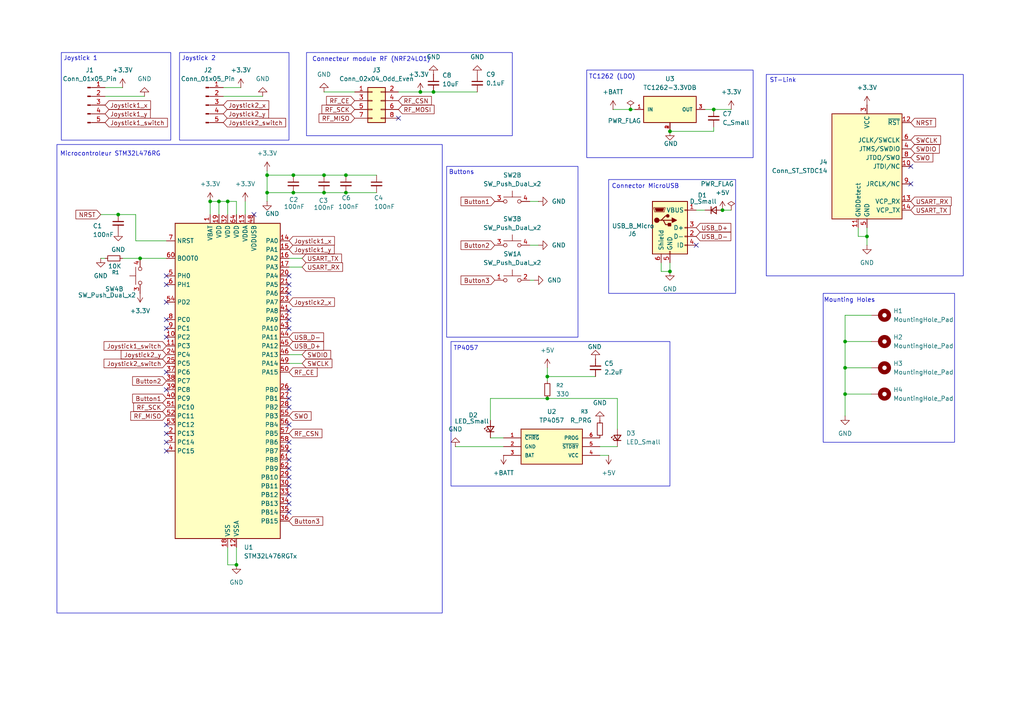
<source format=kicad_sch>
(kicad_sch (version 20250114) (generator "eeschema") (generator_version "9.0")
  (paper "A4")
  (title_block (title "Drone Controller") (date "2025-10-04") (company "ENSEA") (comment 1 "V1"))
  (lib_symbols
    (symbol "Connector:Conn_01x05_Pin" (pin_names (offset 1.016) (hide yes))
      (property "Reference" "J" (at 0 7.62 0))
      (property "Value" "Conn_01x05_Pin" (at 0 -7.62 0))
      (symbol "Conn_01x05_Pin_1_1"
        (rectangle (start 0.8636 5.207) (end 0 4.953) (stroke (width 0.1524)) (fill (type outline)))
        (rectangle (start 0.8636 2.667) (end 0 2.413) (stroke (width 0.1524)) (fill (type outline)))
        (rectangle (start 0.8636 0.127) (end 0 -0.127) (stroke (width 0.1524)) (fill (type outline)))
        (rectangle (start 0.8636 -2.413) (end 0 -2.667) (stroke (width 0.1524)) (fill (type outline)))
        (rectangle (start 0.8636 -4.953) (end 0 -5.207) (stroke (width 0.1524)) (fill (type outline)))
        (polyline (pts (xy 1.27 5.08) (xy 0.8636 5.08)) (stroke (width 0.1524)))
        (polyline (pts (xy 1.27 2.54) (xy 0.8636 2.54)) (stroke (width 0.1524)))
        (polyline (pts (xy 1.27 0) (xy 0.8636 0)) (stroke (width 0.1524)))
        (polyline (pts (xy 1.27 -2.54) (xy 0.8636 -2.54)) (stroke (width 0.1524)))
        (polyline (pts (xy 1.27 -5.08) (xy 0.8636 -5.08)) (stroke (width 0.1524)))
        (pin passive line (at 5.08 5.08 180) (length 3.81) (name "Pin_1") (number "1"))
        (pin passive line (at 5.08 2.54 180) (length 3.81) (name "Pin_2") (number "2"))
        (pin passive line (at 5.08 0 180) (length 3.81) (name "Pin_3") (number "3"))
        (pin passive line (at 5.08 -2.54 180) (length 3.81) (name "Pin_4") (number "4"))
        (pin passive line (at 5.08 -5.08 180) (length 3.81) (name "Pin_5") (number "5"))
      )
    )
    (symbol "Connector:Conn_ST_STDC14"
      (property "Reference" "J" (at -8.89 16.51 0))
      (property "Value" "Conn_ST_STDC14" (at 17.78 16.51 0))
      (symbol "Conn_ST_STDC14_0_1"
        (rectangle (start -10.16 15.24) (end 10.16 -15.24) (stroke (width 0.254)) (fill (type background)))
      )
      (symbol "Conn_ST_STDC14_1_1"
        (pin no_connect line (at -10.16 5.08 0) (length 2.54) (hide yes) (name "NC") (number "1"))
        (pin no_connect line (at -10.16 2.54 0) (length 2.54) (hide yes) (name "NC") (number "2"))
        (pin passive line (at -2.54 -17.78 90) (length 2.54) (name "GNDDetect") (number "11"))
        (pin power_in line (at 0 17.78 270) (length 2.54) (name "VCC") (number "3"))
        (pin power_in line (at 0 -17.78 90) (length 2.54) (name "GND") (number "5"))
        (pin passive line (at 0 -17.78 90) (length 2.54) (hide yes) (name "GND") (number "7"))
        (pin open_collector line (at 12.7 12.7 180) (length 2.54) (name "~{RST}") (number "12"))
        (pin output line (at 12.7 7.62 180) (length 2.54) (name "JCLK/SWCLK") (number "6"))
        (pin bidirectional line (at 12.7 5.08 180) (length 2.54) (name "JTMS/SWDIO") (number "4"))
        (pin input line (at 12.7 2.54 180) (length 2.54) (name "JTDO/SWO") (number "8"))
        (pin output line (at 12.7 0 180) (length 2.54) (name "JTDI/NC") (number "10"))
        (pin input line (at 12.7 -5.08 180) (length 2.54) (name "JRCLK/NC") (number "9"))
        (pin output line (at 12.7 -10.16 180) (length 2.54) (name "VCP_RX") (number "13"))
        (pin input line (at 12.7 -12.7 180) (length 2.54) (name "VCP_TX") (number "14"))
      )
    )
    (symbol "Connector:USB_B_Micro" (pin_names (offset 1.016))
      (property "Reference" "J" (at -5.08 11.43 0))
      (property "Value" "USB_B_Micro" (at -5.08 8.89 0))
      (symbol "USB_B_Micro_0_1"
        (rectangle (start -5.08 -7.62) (end 5.08 7.62) (stroke (width 0.254)) (fill (type background)))
        (polyline (pts (xy -4.699 5.842) (xy -4.699 5.588) (xy -4.445 4.826) (xy -4.445 4.572) (xy -1.651 4.572) (xy -1.651 4.826) (xy -1.397 5.588) (xy -1.397 5.842) (xy -4.699 5.842)))
        (polyline (pts (xy -4.318 5.588) (xy -1.778 5.588) (xy -2.032 4.826) (xy -4.064 4.826) (xy -4.318 5.588)) (fill (type outline)))
        (circle (center -3.81 2.159) (radius 0.635) (stroke (width 0.254)) (fill (type outline)))
        (polyline (pts (xy -3.175 2.159) (xy -2.54 2.159) (xy -1.27 3.429) (xy -0.635 3.429)) (stroke (width 0.254)))
        (polyline (pts (xy -2.54 2.159) (xy -1.905 2.159) (xy -1.27 0.889) (xy 0 0.889)) (stroke (width 0.254)))
        (polyline (pts (xy -1.905 2.159) (xy 0.635 2.159)) (stroke (width 0.254)))
        (circle (center -0.635 3.429) (radius 0.381) (stroke (width 0.254)) (fill (type outline)))
        (rectangle (start -0.127 -7.62) (end 0.127 -6.858))
        (rectangle (start 0.254 1.27) (end -0.508 0.508) (stroke (width 0.254)) (fill (type outline)))
        (polyline (pts (xy 0.635 2.794) (xy 0.635 1.524) (xy 1.905 2.159) (xy 0.635 2.794)) (stroke (width 0.254)) (fill (type outline)))
        (rectangle (start 5.08 4.953) (end 4.318 5.207))
        (rectangle (start 5.08 -0.127) (end 4.318 0.127))
        (rectangle (start 5.08 -2.667) (end 4.318 -2.413))
        (rectangle (start 5.08 -5.207) (end 4.318 -4.953))
      )
      (symbol "USB_B_Micro_1_1"
        (pin passive line (at -2.54 -10.16 90) (length 2.54) (name "Shield") (number "6"))
        (pin power_out line (at 0 -10.16 90) (length 2.54) (name "GND") (number "5"))
        (pin power_out line (at 7.62 5.08 180) (length 2.54) (name "VBUS") (number "1"))
        (pin bidirectional line (at 7.62 0 180) (length 2.54) (name "D+") (number "3"))
        (pin bidirectional line (at 7.62 -2.54 180) (length 2.54) (name "D-") (number "2"))
        (pin passive line (at 7.62 -5.08 180) (length 2.54) (name "ID") (number "4"))
      )
    )
    (symbol "Connector_Generic:Conn_02x04_Odd_Even" (pin_names (offset 1.016) (hide yes))
      (property "Reference" "J" (at 1.27 5.08 0))
      (property "Value" "Conn_02x04_Odd_Even" (at 1.27 -7.62 0))
      (symbol "Conn_02x04_Odd_Even_1_1"
        (rectangle (start -1.27 3.81) (end 3.81 -6.35) (stroke (width 0.254)) (fill (type background)))
        (rectangle (start -1.27 2.667) (end 0 2.413) (stroke (width 0.1524)))
        (rectangle (start -1.27 0.127) (end 0 -0.127) (stroke (width 0.1524)))
        (rectangle (start -1.27 -2.413) (end 0 -2.667) (stroke (width 0.1524)))
        (rectangle (start -1.27 -4.953) (end 0 -5.207) (stroke (width 0.1524)))
        (rectangle (start 3.81 2.667) (end 2.54 2.413) (stroke (width 0.1524)))
        (rectangle (start 3.81 0.127) (end 2.54 -0.127) (stroke (width 0.1524)))
        (rectangle (start 3.81 -2.413) (end 2.54 -2.667) (stroke (width 0.1524)))
        (rectangle (start 3.81 -4.953) (end 2.54 -5.207) (stroke (width 0.1524)))
        (pin passive line (at -5.08 2.54 0) (length 3.81) (name "Pin_1") (number "1"))
        (pin passive line (at -5.08 0 0) (length 3.81) (name "Pin_3") (number "3"))
        (pin passive line (at -5.08 -2.54 0) (length 3.81) (name "Pin_5") (number "5"))
        (pin passive line (at -5.08 -5.08 0) (length 3.81) (name "Pin_7") (number "7"))
        (pin passive line (at 7.62 2.54 180) (length 3.81) (name "Pin_2") (number "2"))
        (pin passive line (at 7.62 0 180) (length 3.81) (name "Pin_4") (number "4"))
        (pin passive line (at 7.62 -2.54 180) (length 3.81) (name "Pin_6") (number "6"))
        (pin passive line (at 7.62 -5.08 180) (length 3.81) (name "Pin_8") (number "8"))
      )
    )
    (symbol "Device:C_Small" (pin_numbers (hide yes)) (pin_names (offset 0.254) (hide yes))
      (property "Reference" "C" (at 0.254 1.778 0))
      (property "Value" "C_Small" (at 0.254 -2.032 0))
      (symbol "C_Small_0_1"
        (polyline (pts (xy -1.524 0.508) (xy 1.524 0.508)) (stroke (width 0.3048)))
        (polyline (pts (xy -1.524 -0.508) (xy 1.524 -0.508)) (stroke (width 0.3302)))
      )
      (symbol "C_Small_1_1"
        (pin passive line (at 0 2.54 270) (length 2.032) (name "~") (number "1"))
        (pin passive line (at 0 -2.54 90) (length 2.032) (name "~") (number "2"))
      )
    )
    (symbol "Device:D_Small" (pin_numbers (hide yes)) (pin_names (offset 0.254) (hide yes))
      (property "Reference" "D" (at -1.27 2.032 0))
      (property "Value" "D_Small" (at -3.81 -2.032 0))
      (symbol "D_Small_0_1"
        (polyline (pts (xy -0.762 0) (xy 0.762 0)))
        (polyline (pts (xy -0.762 -1.016) (xy -0.762 1.016)) (stroke (width 0.254)))
        (polyline (pts (xy 0.762 -1.016) (xy -0.762 0) (xy 0.762 1.016) (xy 0.762 -1.016)) (stroke (width 0.254)))
      )
      (symbol "D_Small_1_1"
        (pin passive line (at -2.54 0 0) (length 1.778) (name "K") (number "1"))
        (pin passive line (at 2.54 0 180) (length 1.778) (name "A") (number "2"))
      )
    )
    (symbol "Device:LED_Small" (pin_numbers (hide yes)) (pin_names (offset 0.254) (hide yes))
      (property "Reference" "D" (at -1.27 3.175 0))
      (property "Value" "LED_Small" (at -4.445 -2.54 0))
      (symbol "LED_Small_0_1"
        (polyline (pts (xy -0.762 -1.016) (xy -0.762 1.016)) (stroke (width 0.254)))
        (polyline (pts (xy 0 0.762) (xy -0.508 1.27) (xy -0.254 1.27) (xy -0.508 1.27) (xy -0.508 1.016)))
        (polyline (pts (xy 0.508 1.27) (xy 0 1.778) (xy 0.254 1.778) (xy 0 1.778) (xy 0 1.524)))
        (polyline (pts (xy 0.762 -1.016) (xy -0.762 0) (xy 0.762 1.016) (xy 0.762 -1.016)) (stroke (width 0.254)))
        (polyline (pts (xy 1.016 0) (xy -0.762 0)))
      )
      (symbol "LED_Small_1_1"
        (pin passive line (at -2.54 0 0) (length 1.778) (name "K") (number "1"))
        (pin passive line (at 2.54 0 180) (length 1.778) (name "A") (number "2"))
      )
    )
    (symbol "Device:R_Small" (pin_numbers (hide yes)) (pin_names (offset 0.254) (hide yes))
      (property "Reference" "R" (at 0 0 90))
      (property "Value" "R_Small" (at 1.778 0 90))
      (symbol "R_Small_0_1"
        (rectangle (start -0.762 1.778) (end 0.762 -1.778) (stroke (width 0.2032)))
      )
      (symbol "R_Small_1_1"
        (pin passive line (at 0 2.54 270) (length 0.762) (name "~") (number "1"))
        (pin passive line (at 0 -2.54 90) (length 0.762) (name "~") (number "2"))
      )
    )
    (symbol "MCU_ST_STM32L4:STM32L476RGTx"
      (property "Reference" "U" (at -15.24 46.99 0))
      (property "Value" "STM32L476RGTx" (at 10.16 46.99 0))
      (symbol "STM32L476RGTx_0_1"
        (rectangle (start -15.24 -45.72) (end 15.24 45.72) (stroke (width 0.254)) (fill (type background)))
      )
      (symbol "STM32L476RGTx_1_1"
        (pin input line (at -17.78 40.64 0) (length 2.54) (name "NRST") (number "7"))
        (pin input line (at -17.78 35.56 0) (length 2.54) (name "BOOT0") (number "60"))
        (pin bidirectional line (at -17.78 30.48 0) (length 2.54) (name "PH0") (number "5"))
        (pin bidirectional line (at -17.78 27.94 0) (length 2.54) (name "PH1") (number "6"))
        (pin bidirectional line (at -17.78 22.86 0) (length 2.54) (name "PD2") (number "54"))
        (pin bidirectional line (at -17.78 17.78 0) (length 2.54) (name "PC0") (number "8"))
        (pin bidirectional line (at -17.78 15.24 0) (length 2.54) (name "PC1") (number "9"))
        (pin bidirectional line (at -17.78 12.7 0) (length 2.54) (name "PC2") (number "10"))
        (pin bidirectional line (at -17.78 10.16 0) (length 2.54) (name "PC3") (number "11"))
        (pin bidirectional line (at -17.78 7.62 0) (length 2.54) (name "PC4") (number "24"))
        (pin bidirectional line (at -17.78 5.08 0) (length 2.54) (name "PC5") (number "25"))
        (pin bidirectional line (at -17.78 2.54 0) (length 2.54) (name "PC6") (number "37"))
        (pin bidirectional line (at -17.78 0 0) (length 2.54) (name "PC7") (number "38"))
        (pin bidirectional line (at -17.78 -2.54 0) (length 2.54) (name "PC8") (number "39"))
        (pin bidirectional line (at -17.78 -5.08 0) (length 2.54) (name "PC9") (number "40"))
        (pin bidirectional line (at -17.78 -7.62 0) (length 2.54) (name "PC10") (number "51"))
        (pin bidirectional line (at -17.78 -10.16 0) (length 2.54) (name "PC11") (number "52"))
        (pin bidirectional line (at -17.78 -12.7 0) (length 2.54) (name "PC12") (number "53"))
        (pin bidirectional line (at -17.78 -15.24 0) (length 2.54) (name "PC13") (number "2"))
        (pin bidirectional line (at -17.78 -17.78 0) (length 2.54) (name "PC14") (number "3"))
        (pin bidirectional line (at -17.78 -20.32 0) (length 2.54) (name "PC15") (number "4"))
        (pin power_in line (at -5.08 48.26 270) (length 2.54) (name "VBAT") (number "1"))
        (pin power_in line (at -2.54 48.26 270) (length 2.54) (name "VDD") (number "19"))
        (pin power_in line (at 0 48.26 270) (length 2.54) (name "VDD") (number "32"))
        (pin power_in line (at 0 -48.26 90) (length 2.54) (name "VSS") (number "18"))
        (pin passive line (at 0 -48.26 90) (length 2.54) (hide yes) (name "VSS") (number "31"))
        (pin passive line (at 0 -48.26 90) (length 2.54) (hide yes) (name "VSS") (number "47"))
        (pin passive line (at 0 -48.26 90) (length 2.54) (hide yes) (name "VSS") (number "63"))
        (pin power_in line (at 2.54 48.26 270) (length 2.54) (name "VDD") (number "64"))
        (pin power_in line (at 2.54 -48.26 90) (length 2.54) (name "VSSA") (number "12"))
        (pin power_in line (at 5.08 48.26 270) (length 2.54) (name "VDDA") (number "13"))
        (pin power_in line (at 7.62 48.26 270) (length 2.54) (name "VDDUSB") (number "48"))
        (pin bidirectional line (at 17.78 40.64 180) (length 2.54) (name "PA0") (number "14"))
        (pin bidirectional line (at 17.78 38.1 180) (length 2.54) (name "PA1") (number "15"))
        (pin bidirectional line (at 17.78 35.56 180) (length 2.54) (name "PA2") (number "16"))
        (pin bidirectional line (at 17.78 33.02 180) (length 2.54) (name "PA3") (number "17"))
        (pin bidirectional line (at 17.78 30.48 180) (length 2.54) (name "PA4") (number "20"))
        (pin bidirectional line (at 17.78 27.94 180) (length 2.54) (name "PA5") (number "21"))
        (pin bidirectional line (at 17.78 25.4 180) (length 2.54) (name "PA6") (number "22"))
        (pin bidirectional line (at 17.78 22.86 180) (length 2.54) (name "PA7") (number "23"))
        (pin bidirectional line (at 17.78 20.32 180) (length 2.54) (name "PA8") (number "41"))
        (pin bidirectional line (at 17.78 17.78 180) (length 2.54) (name "PA9") (number "42"))
        (pin bidirectional line (at 17.78 15.24 180) (length 2.54) (name "PA10") (number "43"))
        (pin bidirectional line (at 17.78 12.7 180) (length 2.54) (name "PA11") (number "44"))
        (pin bidirectional line (at 17.78 10.16 180) (length 2.54) (name "PA12") (number "45"))
        (pin bidirectional line (at 17.78 7.62 180) (length 2.54) (name "PA13") (number "46"))
        (pin bidirectional line (at 17.78 5.08 180) (length 2.54) (name "PA14") (number "49"))
        (pin bidirectional line (at 17.78 2.54 180) (length 2.54) (name "PA15") (number "50"))
        (pin bidirectional line (at 17.78 -2.54 180) (length 2.54) (name "PB0") (number "26"))
        (pin bidirectional line (at 17.78 -5.08 180) (length 2.54) (name "PB1") (number "27"))
        (pin bidirectional line (at 17.78 -7.62 180) (length 2.54) (name "PB2") (number "28"))
        (pin bidirectional line (at 17.78 -10.16 180) (length 2.54) (name "PB3") (number "55"))
        (pin bidirectional line (at 17.78 -12.7 180) (length 2.54) (name "PB4") (number "56"))
        (pin bidirectional line (at 17.78 -15.24 180) (length 2.54) (name "PB5") (number "57"))
        (pin bidirectional line (at 17.78 -17.78 180) (length 2.54) (name "PB6") (number "58"))
        (pin bidirectional line (at 17.78 -20.32 180) (length 2.54) (name "PB7") (number "59"))
        (pin bidirectional line (at 17.78 -22.86 180) (length 2.54) (name "PB8") (number "61"))
        (pin bidirectional line (at 17.78 -25.4 180) (length 2.54) (name "PB9") (number "62"))
        (pin bidirectional line (at 17.78 -27.94 180) (length 2.54) (name "PB10") (number "29"))
        (pin bidirectional line (at 17.78 -30.48 180) (length 2.54) (name "PB11") (number "30"))
        (pin bidirectional line (at 17.78 -33.02 180) (length 2.54) (name "PB12") (number "33"))
        (pin bidirectional line (at 17.78 -35.56 180) (length 2.54) (name "PB13") (number "34"))
        (pin bidirectional line (at 17.78 -38.1 180) (length 2.54) (name "PB14") (number "35"))
        (pin bidirectional line (at 17.78 -40.64 180) (length 2.54) (name "PB15") (number "36"))
      )
    )
    (symbol "Mechanical:MountingHole_Pad" (pin_numbers (hide yes)) (pin_names (offset 1.016) (hide yes)) (in_bom no)
      (property "Reference" "H" (at 0 6.35 0))
      (property "Value" "MountingHole_Pad" (at 0 4.445 0))
      (symbol "MountingHole_Pad_0_1"
        (circle (center 0 1.27) (radius 1.27) (stroke (width 1.27)))
      )
      (symbol "MountingHole_Pad_1_1"
        (pin input line (at 0 -2.54 90) (length 2.54) (name "1") (number "1"))
      )
    )
    (symbol "Switch:SW_Push_Dual_x2" (pin_names (offset 1.016) (hide yes))
      (property "Reference" "SW" (at 1.27 2.54 0))
      (property "Value" "SW_Push_Dual_x2" (at 0 -1.524 0))
      (symbol "SW_Push_Dual_x2_0_1"
        (circle (center -2.032 0) (radius 0.508))
        (polyline (pts (xy 0 1.27) (xy 0 3.048)))
        (circle (center 2.032 0) (radius 0.508))
        (polyline (pts (xy 2.54 1.27) (xy -2.54 1.27)))
      )
      (symbol "SW_Push_Dual_x2_1_1"
        (pin passive line (at -5.08 0 0) (length 2.54) (name "C") (number "1"))
        (pin passive line (at 5.08 0 180) (length 2.54) (name "D") (number "2"))
      )
      (symbol "SW_Push_Dual_x2_2_1"
        (pin passive line (at -5.08 0 0) (length 2.54) (name "C") (number "3"))
        (pin passive line (at 5.08 0 180) (length 2.54) (name "D") (number "4"))
      )
    )
    (symbol "TC1262-3.3VDB:TC1262-3.3VDB" (pin_names (offset 1.016))
      (property "Reference" "U" (at -7.62 6.35 0))
      (property "Value" "TC1262-3.3VDB" (at 2.54 6.35 0))
      (symbol "TC1262-3.3VDB_0_0"
        (rectangle (start -7.62 -2.54) (end 7.62 5.08) (stroke (width 0.254)) (fill (type background)))
        (pin bidirectional line (at -10.16 1.27 0) (length 2.54) (name "IN") (number "1"))
        (pin bidirectional line (at 0 -5.08 90) (length 2.54) (name "~") (number "2"))
        (pin bidirectional line (at 0 -5.08 90) (length 2.54) (name "~") (number "4"))
        (pin bidirectional line (at 10.16 1.27 180) (length 2.54) (name "OUT") (number "3"))
      )
    )
    (symbol "TP4057:TP4057" (pin_names (offset 1.016))
      (property "Reference" "U" (at -7.62 5.842 0))
      (property "Value" "TP4057" (at -7.62 -7.62 0))
      (symbol "TP4057_0_0"
        (rectangle (start -7.62 -5.08) (end 10.16 5.08) (stroke (width 0.254)) (fill (type background)))
        (pin open_collector line (at -12.7 2.54 0) (length 5.08) (name "~{CHRG}") (number "1"))
        (pin power_in line (at -12.7 0 0) (length 5.08) (name "GND") (number "2"))
        (pin power_in line (at -12.7 -2.54 0) (length 5.08) (name "BAT") (number "3"))
        (pin input line (at 15.24 2.54 180) (length 5.08) (name "PROG") (number "6"))
        (pin open_collector line (at 15.24 0 180) (length 5.08) (name "~{STDBY}") (number "5"))
        (pin power_in line (at 15.24 -2.54 180) (length 5.08) (name "VCC") (number "4"))
      )
    )
    (symbol "power:+3.3V" (power) (pin_numbers (hide yes)) (pin_names (offset 0) (hide yes))
      (property "Value" "+3.3V" (at 0 3.556 0))
      (symbol "+3.3V_0_1"
        (polyline (pts (xy -0.762 1.27) (xy 0 2.54)))
        (polyline (pts (xy 0 2.54) (xy 0.762 1.27)))
        (polyline (pts (xy 0 0) (xy 0 2.54)))
      )
      (symbol "+3.3V_1_1"
        (pin power_in line (at 0 0 90) (length 0) (name "~") (number "1"))
      )
    )
    (symbol "power:+5V" (power) (pin_numbers (hide yes)) (pin_names (offset 0) (hide yes))
      (property "Value" "+5V" (at 0 3.556 0))
      (symbol "+5V_0_1"
        (polyline (pts (xy -0.762 1.27) (xy 0 2.54)))
        (polyline (pts (xy 0 2.54) (xy 0.762 1.27)))
        (polyline (pts (xy 0 0) (xy 0 2.54)))
      )
      (symbol "+5V_1_1"
        (pin power_in line (at 0 0 90) (length 0) (name "~") (number "1"))
      )
    )
    (symbol "power:+BATT" (power) (pin_numbers (hide yes)) (pin_names (offset 0) (hide yes))
      (property "Value" "+BATT" (at 0 3.556 0))
      (symbol "+BATT_0_1"
        (polyline (pts (xy -0.762 1.27) (xy 0 2.54)))
        (polyline (pts (xy 0 2.54) (xy 0.762 1.27)))
        (polyline (pts (xy 0 0) (xy 0 2.54)))
      )
      (symbol "+BATT_1_1"
        (pin power_in line (at 0 0 90) (length 0) (name "~") (number "1"))
      )
    )
    (symbol "power:GND" (power) (pin_numbers (hide yes)) (pin_names (offset 0) (hide yes))
      (property "Value" "GND" (at 0 -3.81 0))
      (symbol "GND_0_1"
        (polyline (pts (xy 0 0) (xy 0 -1.27) (xy 1.27 -1.27) (xy 0 -2.54) (xy -1.27 -1.27) (xy 0 -1.27)))
      )
      (symbol "GND_1_1"
        (pin power_in line (at 0 0 270) (length 0) (name "~") (number "1"))
      )
    )
    (symbol "power:PWR_FLAG" (power) (pin_numbers (hide yes)) (pin_names (offset 0) (hide yes))
      (property "Value" "PWR_FLAG" (at 0 3.81 0))
      (symbol "PWR_FLAG_0_0"
        (pin power_out line (at 0 0 90) (length 0) (name "~") (number "1"))
      )
      (symbol "PWR_FLAG_0_1"
        (polyline (pts (xy 0 0) (xy 0 1.27) (xy -1.016 1.905) (xy 0 2.54) (xy 1.016 1.905) (xy 0 1.27)))
      )
    )
  )
  (rectangle (start 129.54 48.26) (end 167.64 97.79))
  (rectangle (start 16.51 41.91) (end 128.27 177.8))
  (rectangle (start 17.78 15.24) (end 49.53 40.64))
  (rectangle (start 170.18 20.32) (end 218.44 45.72))
  (rectangle (start 176.53 52.07) (end 213.36 85.09))
  (rectangle (start 130.81 99.06) (end 194.31 140.97))
  (rectangle (start 88.9 15.24) (end 148.59 39.37))
  (rectangle (start 222.25 21.59) (end 279.4 80.01))
  (rectangle (start 52.07 15.24) (end 83.82 40.64))
  (rectangle (start 238.76 85.09) (end 276.86 128.27))
  (text "Mounting Holes" (at 246.38 87.122 0) (effects (font (size 1.27 1.27))))
  (text "Joystick 2\n" (at 57.658 17.018 0) (effects (font (size 1.27 1.27))))
  (text "Connector MicroUSB" (at 187.198 54.102 0) (effects (font (size 1.27 1.27))))
  (text "Buttons" (at 133.858 50.038 0) (effects (font (size 1.27 1.27))))
  (text "Microcontroleur STM32L476RG\n" (at 32.004 44.704 0) (effects (font (size 1.27 1.27))))
  (text "ST-Link" (at 227.076 23.368 0) (effects (font (size 1.27 1.27))))
  (text "Connecteur module RF (NRF24LO1)" (at 107.696 17.272 0) (effects (font (size 1.27 1.27))))
  (text "Joystick 1\n" (at 23.368 17.018 0) (effects (font (size 1.27 1.27))))
  (text "TP4057" (at 135.128 101.092 0) (effects (font (size 1.27 1.27))))
  (text "TC1262 (LDO)" (at 177.546 22.352 0) (effects (font (size 1.27 1.27))))
  (junction (at 125.73 26.67))
  (junction (at 85.09 50.8))
  (junction (at 245.11 114.3))
  (junction (at 63.5 58.42))
  (junction (at 66.04 58.42))
  (junction (at 40.64 74.93))
  (junction (at 194.31 38.1))
  (junction (at 85.09 55.88))
  (junction (at 245.11 99.06))
  (junction (at 93.98 50.8))
  (junction (at 100.33 55.88))
  (junction (at 68.58 163.83))
  (junction (at 158.75 109.22))
  (junction (at 194.31 78.74))
  (junction (at 158.75 115.57))
  (junction (at 209.55 60.96))
  (junction (at 207.01 31.75))
  (junction (at 100.33 50.8))
  (junction (at 245.11 106.68))
  (junction (at 251.46 68.58))
  (junction (at 77.47 55.88))
  (junction (at 182.88 31.75))
  (junction (at 121.92 26.67))
  (junction (at 34.29 62.23))
  (junction (at 60.96 58.42))
  (junction (at 77.47 50.8))
  (junction (at 93.98 55.88))
  (no_connect (at 83.82 133.35))
  (no_connect (at 83.82 128.27))
  (no_connect (at 83.82 135.89))
  (no_connect (at 115.57 34.29))
  (no_connect (at 264.16 53.34))
  (no_connect (at 48.26 125.73))
  (no_connect (at 48.26 113.03))
  (no_connect (at 48.26 87.63))
  (no_connect (at 48.26 130.81))
  (no_connect (at 83.82 82.55))
  (no_connect (at 83.82 80.01))
  (no_connect (at 48.26 80.01))
  (no_connect (at 83.82 95.25))
  (no_connect (at 83.82 143.51))
  (no_connect (at 83.82 113.03))
  (no_connect (at 83.82 140.97))
  (no_connect (at 201.93 71.12))
  (no_connect (at 83.82 92.71))
  (no_connect (at 83.82 146.05))
  (no_connect (at 48.26 107.95))
  (no_connect (at 83.82 123.19))
  (no_connect (at 83.82 130.81))
  (no_connect (at 264.16 48.26))
  (no_connect (at 73.66 62.23))
  (no_connect (at 48.26 97.79))
  (no_connect (at 48.26 128.27))
  (no_connect (at 83.82 138.43))
  (no_connect (at 83.82 85.09))
  (no_connect (at 48.26 123.19))
  (no_connect (at 83.82 148.59))
  (no_connect (at 83.82 115.57))
  (no_connect (at 83.82 90.17))
  (no_connect (at 48.26 95.25))
  (no_connect (at 83.82 118.11))
  (no_connect (at 48.26 92.71))
  (no_connect (at 48.26 82.55))
  (wire (pts (xy 207.01 36.83) (xy 207.01 38.1)))
  (wire (pts (xy 158.75 106.68) (xy 158.75 109.22)))
  (wire (pts (xy 153.67 81.28) (xy 154.94 81.28)))
  (wire (pts (xy 245.11 106.68) (xy 252.73 106.68)))
  (wire (pts (xy 66.04 158.75) (xy 66.04 163.83)))
  (wire (pts (xy 93.98 55.88) (xy 100.33 55.88)))
  (wire (pts (xy 100.33 50.8) (xy 109.22 50.8)))
  (wire (pts (xy 158.75 115.57) (xy 142.24 115.57)))
  (wire (pts (xy 245.11 106.68) (xy 245.11 114.3)))
  (wire (pts (xy 60.96 62.23) (xy 60.96 58.42)))
  (wire (pts (xy 209.55 60.96) (xy 212.09 60.96)))
  (wire (pts (xy 207.01 31.75) (xy 212.09 31.75)))
  (wire (pts (xy 29.21 74.93) (xy 30.48 74.93)))
  (wire (pts (xy 77.47 55.88) (xy 77.47 58.42)))
  (wire (pts (xy 77.47 50.8) (xy 85.09 50.8)))
  (wire (pts (xy 245.11 99.06) (xy 245.11 106.68)))
  (wire (pts (xy 153.67 58.42) (xy 156.21 58.42)))
  (wire (pts (xy 83.82 105.41) (xy 87.63 105.41)))
  (wire (pts (xy 66.04 163.83) (xy 68.58 163.83)))
  (wire (pts (xy 35.56 74.93) (xy 40.64 74.93)))
  (wire (pts (xy 177.8 31.75) (xy 182.88 31.75)))
  (wire (pts (xy 142.24 127) (xy 146.05 127)))
  (wire (pts (xy 60.96 58.42) (xy 63.5 58.42)))
  (wire (pts (xy 179.07 124.46) (xy 179.07 115.57)))
  (wire (pts (xy 132.08 129.54) (xy 146.05 129.54)))
  (wire (pts (xy 194.31 38.1) (xy 207.01 38.1)))
  (wire (pts (xy 85.09 55.88) (xy 93.98 55.88)))
  (wire (pts (xy 245.11 114.3) (xy 245.11 120.65)))
  (wire (pts (xy 85.09 50.8) (xy 93.98 50.8)))
  (wire (pts (xy 252.73 91.44) (xy 245.11 91.44)))
  (wire (pts (xy 248.92 66.04) (xy 248.92 68.58)))
  (wire (pts (xy 77.47 55.88) (xy 85.09 55.88)))
  (wire (pts (xy 100.33 55.88) (xy 109.22 55.88)))
  (wire (pts (xy 30.48 25.4) (xy 35.56 25.4)))
  (wire (pts (xy 245.11 99.06) (xy 252.73 99.06)))
  (wire (pts (xy 173.99 129.54) (xy 179.07 129.54)))
  (wire (pts (xy 64.77 25.4) (xy 69.85 25.4)))
  (wire (pts (xy 83.82 77.47) (xy 87.63 77.47)))
  (wire (pts (xy 245.11 114.3) (xy 252.73 114.3)))
  (wire (pts (xy 245.11 91.44) (xy 245.11 99.06)))
  (wire (pts (xy 63.5 58.42) (xy 66.04 58.42)))
  (wire (pts (xy 191.77 78.74) (xy 194.31 78.74)))
  (wire (pts (xy 93.98 26.67) (xy 102.87 26.67)))
  (wire (pts (xy 39.37 69.85) (xy 48.26 69.85)))
  (wire (pts (xy 29.21 62.23) (xy 34.29 62.23)))
  (wire (pts (xy 39.37 62.23) (xy 39.37 69.85)))
  (wire (pts (xy 34.29 62.23) (xy 39.37 62.23)))
  (wire (pts (xy 83.82 74.93) (xy 87.63 74.93)))
  (wire (pts (xy 68.58 58.42) (xy 68.58 62.23)))
  (wire (pts (xy 204.47 31.75) (xy 207.01 31.75)))
  (wire (pts (xy 40.64 74.93) (xy 48.26 74.93)))
  (wire (pts (xy 77.47 49.53) (xy 77.47 50.8)))
  (wire (pts (xy 182.88 31.75) (xy 184.15 31.75)))
  (wire (pts (xy 71.12 58.42) (xy 71.12 62.23)))
  (wire (pts (xy 191.77 76.2) (xy 191.77 78.74)))
  (wire (pts (xy 83.82 102.87) (xy 87.63 102.87)))
  (wire (pts (xy 66.04 58.42) (xy 68.58 58.42)))
  (wire (pts (xy 173.99 132.08) (xy 176.53 132.08)))
  (wire (pts (xy 194.31 76.2) (xy 194.31 78.74)))
  (wire (pts (xy 201.93 60.96) (xy 204.47 60.96)))
  (wire (pts (xy 125.73 26.67) (xy 138.43 26.67)))
  (wire (pts (xy 158.75 109.22) (xy 158.75 110.49)))
  (wire (pts (xy 68.58 158.75) (xy 68.58 163.83)))
  (wire (pts (xy 64.77 27.94) (xy 76.2 27.94)))
  (wire (pts (xy 142.24 115.57) (xy 142.24 121.92)))
  (wire (pts (xy 66.04 58.42) (xy 66.04 62.23)))
  (wire (pts (xy 115.57 26.67) (xy 121.92 26.67)))
  (wire (pts (xy 153.67 71.12) (xy 156.21 71.12)))
  (wire (pts (xy 121.92 26.67) (xy 125.73 26.67)))
  (wire (pts (xy 30.48 27.94) (xy 41.91 27.94)))
  (wire (pts (xy 63.5 58.42) (xy 63.5 62.23)))
  (wire (pts (xy 93.98 50.8) (xy 100.33 50.8)))
  (wire (pts (xy 251.46 71.12) (xy 251.46 68.58)))
  (wire (pts (xy 251.46 68.58) (xy 251.46 66.04)))
  (wire (pts (xy 248.92 68.58) (xy 251.46 68.58)))
  (wire (pts (xy 158.75 109.22) (xy 172.72 109.22)))
  (wire (pts (xy 77.47 50.8) (xy 77.47 55.88)))
  (wire (pts (xy 179.07 115.57) (xy 158.75 115.57)))
  (global_label "Button2" (shape input) (at 48.26 110.49 180) (property "Intersheetrefs" "${INTERSHEET_REFS}" (effects (hide yes))))
  (global_label "Joystick1_x" (shape input) (at 30.48 30.48 0) (property "Intersheetrefs" "${INTERSHEET_REFS}" (effects (hide yes))))
  (global_label "USB_D-" (shape input) (at 201.93 68.58 0) (property "Intersheetrefs" "${INTERSHEET_REFS}" (effects (hide yes))))
  (global_label "Button3" (shape input) (at 143.51 81.28 180) (property "Intersheetrefs" "${INTERSHEET_REFS}" (effects (hide yes))))
  (global_label "SWCLK" (shape input) (at 87.63 105.41 0) (property "Intersheetrefs" "${INTERSHEET_REFS}" (effects (hide yes))))
  (global_label "Joystick1_switch" (shape input) (at 30.48 35.56 0) (property "Intersheetrefs" "${INTERSHEET_REFS}" (effects (hide yes))))
  (global_label "Button3" (shape input) (at 83.82 151.13 0) (property "Intersheetrefs" "${INTERSHEET_REFS}" (effects (hide yes))))
  (global_label "RF_MISO" (shape input) (at 48.26 120.65 180) (property "Intersheetrefs" "${INTERSHEET_REFS}" (effects (hide yes))))
  (global_label "USB_D+" (shape input) (at 201.93 66.04 0) (property "Intersheetrefs" "${INTERSHEET_REFS}" (effects (hide yes))))
  (global_label "Button2" (shape input) (at 143.51 71.12 180) (property "Intersheetrefs" "${INTERSHEET_REFS}" (effects (hide yes))))
  (global_label "Joystick1_y" (shape input) (at 83.82 72.39 0) (property "Intersheetrefs" "${INTERSHEET_REFS}" (effects (hide yes))))
  (global_label "RF_MOSI" (shape input) (at 115.57 31.75 0) (property "Intersheetrefs" "${INTERSHEET_REFS}" (effects (hide yes))))
  (global_label "Joystick2_x" (shape input) (at 64.77 30.48 0) (property "Intersheetrefs" "${INTERSHEET_REFS}" (effects (hide yes))))
  (global_label "RF_CSN" (shape input) (at 115.57 29.21 0) (property "Intersheetrefs" "${INTERSHEET_REFS}" (effects (hide yes))))
  (global_label "USART_RX" (shape input) (at 264.16 58.42 0) (property "Intersheetrefs" "${INTERSHEET_REFS}" (effects (hide yes))))
  (global_label "NRST" (shape input) (at 29.21 62.23 180) (property "Intersheetrefs" "${INTERSHEET_REFS}" (effects (hide yes))))
  (global_label "Joystick2_y" (shape input) (at 64.77 33.02 0) (property "Intersheetrefs" "${INTERSHEET_REFS}" (effects (hide yes))))
  (global_label "RF_CSN" (shape input) (at 83.82 125.73 0) (property "Intersheetrefs" "${INTERSHEET_REFS}" (effects (hide yes))))
  (global_label "SWDIO" (shape input) (at 264.16 43.18 0) (property "Intersheetrefs" "${INTERSHEET_REFS}" (effects (hide yes))))
  (global_label "RF_SCK" (shape input) (at 102.87 31.75 180) (property "Intersheetrefs" "${INTERSHEET_REFS}" (effects (hide yes))))
  (global_label "USB_D+" (shape input) (at 83.82 100.33 0) (property "Intersheetrefs" "${INTERSHEET_REFS}" (effects (hide yes))))
  (global_label "Joystick2_y" (shape input) (at 48.26 102.87 180) (property "Intersheetrefs" "${INTERSHEET_REFS}" (effects (hide yes))))
  (global_label "Joystick2_x" (shape input) (at 83.82 87.63 0) (property "Intersheetrefs" "${INTERSHEET_REFS}" (effects (hide yes))))
  (global_label "SWCLK" (shape input) (at 264.16 40.64 0) (property "Intersheetrefs" "${INTERSHEET_REFS}" (effects (hide yes))))
  (global_label "USB_D-" (shape input) (at 83.82 97.79 0) (property "Intersheetrefs" "${INTERSHEET_REFS}" (effects (hide yes))))
  (global_label "SWO" (shape input) (at 264.16 45.72 0) (property "Intersheetrefs" "${INTERSHEET_REFS}" (effects (hide yes))))
  (global_label "Button1" (shape input) (at 143.51 58.42 180) (property "Intersheetrefs" "${INTERSHEET_REFS}" (effects (hide yes))))
  (global_label "USART_TX" (shape input) (at 264.16 60.96 0) (property "Intersheetrefs" "${INTERSHEET_REFS}" (effects (hide yes))))
  (global_label "Joystick2_switch" (shape input) (at 48.26 105.41 180) (property "Intersheetrefs" "${INTERSHEET_REFS}" (effects (hide yes))))
  (global_label "USART_TX" (shape input) (at 87.63 74.93 0) (property "Intersheetrefs" "${INTERSHEET_REFS}" (effects (hide yes))))
  (global_label "USART_RX" (shape input) (at 87.63 77.47 0) (property "Intersheetrefs" "${INTERSHEET_REFS}" (effects (hide yes))))
  (global_label "Joystick2_switch" (shape input) (at 64.77 35.56 0) (property "Intersheetrefs" "${INTERSHEET_REFS}" (effects (hide yes))))
  (global_label "Joystick1_switch" (shape input) (at 48.26 100.33 180) (property "Intersheetrefs" "${INTERSHEET_REFS}" (effects (hide yes))))
  (global_label "RF_SCK" (shape input) (at 48.26 118.11 180) (property "Intersheetrefs" "${INTERSHEET_REFS}" (effects (hide yes))))
  (global_label "Joystick1_x" (shape input) (at 83.82 69.85 0) (property "Intersheetrefs" "${INTERSHEET_REFS}" (effects (hide yes))))
  (global_label "Button1" (shape input) (at 48.26 115.57 180) (property "Intersheetrefs" "${INTERSHEET_REFS}" (effects (hide yes))))
  (global_label "RF_CE" (shape input) (at 83.82 107.95 0) (property "Intersheetrefs" "${INTERSHEET_REFS}" (effects (hide yes))))
  (global_label "RF_MISO" (shape input) (at 102.87 34.29 180) (property "Intersheetrefs" "${INTERSHEET_REFS}" (effects (hide yes))))
  (global_label "NRST" (shape input) (at 264.16 35.56 0) (property "Intersheetrefs" "${INTERSHEET_REFS}" (effects (hide yes))))
  (global_label "Joystick1_y" (shape input) (at 30.48 33.02 0) (property "Intersheetrefs" "${INTERSHEET_REFS}" (effects (hide yes))))
  (global_label "RF_CE" (shape input) (at 102.87 29.21 180) (property "Intersheetrefs" "${INTERSHEET_REFS}" (effects (hide yes))))
  (global_label "SWO" (shape input) (at 83.82 120.65 0) (property "Intersheetrefs" "${INTERSHEET_REFS}" (effects (hide yes))))
  (global_label "SWDIO" (shape input) (at 87.63 102.87 0) (property "Intersheetrefs" "${INTERSHEET_REFS}" (effects (hide yes))))
  (symbol (lib_id "Connector:Conn_01x05_Pin") (at 59.69 30.48 0) (unit 1)
    (property "Reference" "J2" (at 60.325 20.32 0))
    (property "Value" "Conn_01x05_Pin" (at 60.325 22.86 0))
    (property "Description" "Generic connector, single row, 01x05, script generated" (effects (hide yes)))
  )
  (symbol (lib_id "power:GND") (at 194.31 78.74 0) (unit 1)
    (property "Reference" "#PWR017" (effects (hide yes)))
    (property "Value" "GND" (at 194.31 83.82 0))
    (property "Description" "Power symbol creates a global label with name \"GND\" , ground" (effects (hide yes)))
  )
  (symbol (lib_id "Device:LED_Small") (at 142.24 124.46 90) (unit 1)
    (property "Reference" "D2" (at 135.89 120.396 90) (effects (justify right)))
    (property "Value" "LED_Small" (at 131.826 122.174 90) (effects (justify right)))
    (property "Description" "Light emitting diode, small symbol" (effects (hide yes)))
    (property "Sim.Pin" "1=K 2=A" (effects (hide yes)))
  )
  (symbol (lib_id "MCU_ST_STM32L4:STM32L476RGTx") (at 66.04 110.49 0) (unit 1)
    (property "Reference" "U1" (at 70.7233 158.75 0) (effects (justify left)))
    (property "Value" "STM32L476RGTx" (at 70.7233 161.29 0) (effects (justify left)))
    (property "Footprint" "Package_QFP:LQFP-64_10x10mm_P0.5mm" (effects (hide yes)))
    (property "Datasheet" "https://www.st.com/resource/en/datasheet/stm32l476rg.pdf" (effects (hide yes)))
    (property "Description" "STMicroelectronics Arm Cortex-M4 MCU, 1024KB flash, 128KB RAM, 80 MHz, 1.71-3.6V, 51 GPIO, LQFP64" (effects (hide yes)))
  )
  (symbol (lib_id "power:+3.3V") (at 121.92 26.67 0) (unit 1)
    (property "Reference" "#PWR014" (effects (hide yes)))
    (property "Value" "+3.3V" (at 121.412 21.59 0))
    (property "Description" "Power symbol creates a global label with name \"+3.3V\"" (effects (hide yes)))
  )
  (symbol (lib_id "Connector:Conn_ST_STDC14") (at 251.46 48.26 0) (unit 1)
    (property "Reference" "J4" (at 240.03 46.9899 0) (effects (justify right)))
    (property "Value" "Conn_ST_STDC14" (at 240.03 49.5299 0) (effects (justify right)))
    (property "Footprint" "Connector_PinHeader_1.27mm:PinHeader_2x07_P1.27mm_Horizontal" (effects (hide yes)))
    (property "Datasheet" "https://www.st.com/content/ccc/resource/technical/document/user_manual/group1/99/49/91/b6/b2/3a/46/e5/DM00526767/files/DM00526767.pdf/jcr:content/translations/en.DM00526767.pdf" (effects (hide yes)))
    (property "Description" "ST Debug Connector, standard ARM Cortex-M SWD and JTAG interface plus UART" (effects (hide yes)))
  )
  (symbol (lib_id "power:GND") (at 77.47 58.42 0) (unit 1)
    (property "Reference" "#PWR09" (effects (hide yes)))
    (property "Value" "GND" (at 78.994 61.976 0))
    (property "Description" "Power symbol creates a global label with name \"GND\" , ground" (effects (hide yes)))
  )
  (symbol (lib_id "power:GND") (at 156.21 71.12 90) (unit 1)
    (property "Reference" "#PWR020" (effects (hide yes)))
    (property "Value" "GND" (at 160.02 71.1199 90) (effects (justify right)))
    (property "Description" "Power symbol creates a global label with name \"GND\" , ground" (effects (hide yes)))
  )
  (symbol (lib_id "Device:R_Small") (at 158.75 113.03 0) (unit 1)
    (property "Reference" "R2" (at 161.29 111.7599 0) (effects (font (size 1.016 1.016)) (justify left)))
    (property "Value" "330" (at 161.29 114.2999 0) (effects (justify left)))
    (property "Description" "Resistor, small symbol" (effects (hide yes)))
  )
  (symbol (lib_id "power:GND") (at 29.21 74.93 0) (unit 1)
    (property "Reference" "#PWR029" (effects (hide yes)))
    (property "Value" "GND" (at 29.21 80.01 0))
    (property "Description" "Power symbol creates a global label with name \"GND\" , ground" (effects (hide yes)))
  )
  (symbol (lib_id "power:+3.3V") (at 35.56 25.4 0) (unit 1)
    (property "Reference" "#PWR010" (effects (hide yes)))
    (property "Value" "+3.3V" (at 35.56 20.32 0))
    (property "Description" "Power symbol creates a global label with name \"+3.3V\"" (effects (hide yes)))
  )
  (symbol (lib_id "Connector:Conn_01x05_Pin") (at 25.4 30.48 0) (unit 1)
    (property "Reference" "J1" (at 26.035 20.32 0))
    (property "Value" "Conn_01x05_Pin" (at 26.035 22.86 0))
    (property "Description" "Generic connector, single row, 01x05, script generated" (effects (hide yes)))
  )
  (symbol (lib_id "TP4057:TP4057") (at 158.75 129.54 0) (unit 1)
    (property "Reference" "U2" (at 160.02 119.38 0))
    (property "Value" "TP4057" (at 160.02 121.92 0))
    (property "Footprint" "TP4057:SOT26" (effects (hide yes)))
    (property "MF" "UMW" (effects (hide yes)))
    (property "Description_1" "SOT23-6 BATTERY MANAGEMENT ICS R" (effects (hide yes)))
    (property "Package" "SOT23-6 UMW" (effects (hide yes)))
    (property "Price" "None" (effects (hide yes)))
    (property "SnapEDA_Link" "https://www.snapeda.com/parts/TP4057/UMW/view-part/?ref=snap" (effects (hide yes)))
    (property "MP" "TP4057" (effects (hide yes)))
    (property "Availability" "In Stock" (effects (hide yes)))
    (property "Check_prices" "https://www.snapeda.com/parts/TP4057/UMW/view-part/?ref=eda" (effects (hide yes)))
  )
  (symbol (lib_id "power:+BATT") (at 177.8 31.75 0) (unit 1)
    (property "Reference" "#PWR018" (effects (hide yes)))
    (property "Value" "+BATT" (at 177.8 26.67 0))
    (property "Description" "Power symbol creates a global label with name \"+BATT\"" (effects (hide yes)))
  )
  (symbol (lib_id "Switch:SW_Push_Dual_x2") (at 148.59 81.28 0) (unit 1)
    (property "Reference" "SW1" (at 148.59 73.66 0))
    (property "Value" "SW_Push_Dual_x2" (at 148.59 76.2 0))
    (property "Description" "Push button switch, generic, separate symbols, four pins" (effects (hide yes)))
  )
  (symbol (lib_id "power:GND") (at 245.11 120.65 0) (unit 1)
    (property "Reference" "#PWR05" (effects (hide yes)))
    (property "Value" "GND" (at 245.11 125.73 0))
    (property "Description" "Power symbol creates a global label with name \"GND\" , ground" (effects (hide yes)))
  )
  (symbol (lib_id "Mechanical:MountingHole_Pad") (at 255.27 114.3 270) (unit 1) (in_bom no)
    (property "Reference" "H4" (at 259.08 113.0299 90) (effects (justify left)))
    (property "Value" "MountingHole_Pad" (at 259.08 115.5699 90) (effects (justify left)))
    (property "Description" "Mounting Hole with connection" (effects (hide yes)))
  )
  (symbol (lib_id "Switch:SW_Push_Dual_x2") (at 148.59 71.12 0) (unit 2)
    (property "Reference" "SW3" (at 148.59 63.5 0))
    (property "Value" "SW_Push_Dual_x2" (at 148.59 66.04 0))
    (property "Description" "Push button switch, generic, separate symbols, four pins" (effects (hide yes)))
  )
  (symbol (lib_id "power:GND") (at 132.08 129.54 180) (unit 1)
    (property "Reference" "#PWR023" (effects (hide yes)))
    (property "Value" "GND" (at 132.08 124.46 0))
    (property "Description" "Power symbol creates a global label with name \"GND\" , ground" (effects (hide yes)))
  )
  (symbol (lib_id "Mechanical:MountingHole_Pad") (at 255.27 106.68 270) (unit 1) (in_bom no)
    (property "Reference" "H3" (at 259.08 105.4099 90) (effects (justify left)))
    (property "Value" "MountingHole_Pad" (at 259.08 107.9499 90) (effects (justify left)))
    (property "Description" "Mounting Hole with connection" (effects (hide yes)))
  )
  (symbol (lib_id "Device:C_Small") (at 100.33 53.34 0) (unit 1)
    (property "Reference" "C6" (at 99.06 57.404 0) (effects (justify left)))
    (property "Value" "100nF" (at 98.044 59.944 0) (effects (justify left)))
    (property "Description" "Unpolarized capacitor, small symbol" (effects (hide yes)))
  )
  (symbol (lib_id "power:GND") (at 34.29 67.31 0) (unit 1)
    (property "Reference" "#PWR06" (effects (hide yes)))
    (property "Value" "GND" (at 34.29 72.39 0))
    (property "Description" "Power symbol creates a global label with name \"GND\" , ground" (effects (hide yes)))
  )
  (symbol (lib_id "power:+3.3V") (at 251.46 30.48 0) (unit 1)
    (property "Reference" "#PWR01" (effects (hide yes)))
    (property "Value" "+3.3V" (at 251.46 25.4 0))
    (property "Description" "Power symbol creates a global label with name \"+3.3V\"" (effects (hide yes)))
  )
  (symbol (lib_id "power:GND") (at 154.94 81.28 90) (unit 1)
    (property "Reference" "#PWR021" (effects (hide yes)))
    (property "Value" "GND" (at 158.75 81.2799 90) (effects (justify right)))
    (property "Description" "Power symbol creates a global label with name \"GND\" , ground" (effects (hide yes)))
  )
  (symbol (lib_id "power:GND") (at 125.73 21.59 180) (unit 1)
    (property "Reference" "#PWR032" (effects (hide yes)))
    (property "Value" "GND" (at 125.73 16.51 0))
    (property "Description" "Power symbol creates a global label with name \"GND\" , ground" (effects (hide yes)))
  )
  (symbol (lib_id "power:+3.3V") (at 77.47 49.53 0) (unit 1)
    (property "Reference" "#PWR08" (effects (hide yes)))
    (property "Value" "+3.3V" (at 77.47 44.45 0))
    (property "Description" "Power symbol creates a global label with name \"+3.3V\"" (effects (hide yes)))
  )
  (symbol (lib_id "power:+5V") (at 176.53 132.08 180) (unit 1)
    (property "Reference" "#PWR022" (effects (hide yes)))
    (property "Value" "+5V" (at 176.53 137.16 0))
    (property "Description" "Power symbol creates a global label with name \"+5V\"" (effects (hide yes)))
  )
  (symbol (lib_id "Switch:SW_Push_Dual_x2") (at 148.59 58.42 0) (unit 2)
    (property "Reference" "SW2" (at 148.59 50.8 0))
    (property "Value" "SW_Push_Dual_x2" (at 148.59 53.34 0))
    (property "Description" "Push button switch, generic, separate symbols, four pins" (effects (hide yes)))
  )
  (symbol (lib_id "Device:R_Small") (at 33.02 74.93 270) (unit 1)
    (property "Reference" "R1" (at 33.528 78.994 90) (effects (font (size 1.016 1.016))))
    (property "Value" "10K" (at 33.274 77.216 90))
    (property "Description" "Resistor, small symbol" (effects (hide yes)))
  )
  (symbol (lib_id "Device:R_Small") (at 173.99 124.46 0) (unit 1)
    (property "Reference" "R3" (at 168.402 119.38 0) (effects (font (size 1.016 1.016)) (justify left)))
    (property "Value" "R_PRG" (at 165.354 121.92 0) (effects (justify left)))
    (property "Description" "Resistor, small symbol" (effects (hide yes)))
  )
  (symbol (lib_id "power:+3.3V") (at 212.09 31.75 0) (unit 1)
    (property "Reference" "#PWR028" (effects (hide yes)))
    (property "Value" "+3.3V" (at 212.09 26.67 0))
    (property "Description" "Power symbol creates a global label with name \"+3.3V\"" (effects (hide yes)))
  )
  (symbol (lib_id "power:GND") (at 172.72 104.14 180) (unit 1)
    (property "Reference" "#PWR025" (effects (hide yes)))
    (property "Value" "GND" (at 172.466 100.584 0))
    (property "Description" "Power symbol creates a global label with name \"GND\" , ground" (effects (hide yes)))
  )
  (symbol (lib_id "Device:C_Small") (at 207.01 34.29 0) (unit 1)
    (property "Reference" "C7" (at 209.55 33.0262 0) (effects (justify left)))
    (property "Value" "C_Small" (at 209.55 35.5662 0) (effects (justify left)))
    (property "Description" "Unpolarized capacitor, small symbol" (effects (hide yes)))
  )
  (symbol (lib_id "Connector_Generic:Conn_02x04_Odd_Even") (at 107.95 29.21 0) (unit 1)
    (property "Reference" "J3" (at 109.22 20.32 0))
    (property "Value" "Conn_02x04_Odd_Even" (at 109.22 22.86 0))
    (property "Description" "Generic connector, double row, 02x04, odd/even pin numbering scheme (row 1 odd numbers, row 2 even numbers), script generated (kicad-library-utils/schlib/autogen/connector/)" (effects (hide yes)))
  )
  (symbol (lib_id "power:GND") (at 156.21 58.42 90) (unit 1)
    (property "Reference" "#PWR019" (effects (hide yes)))
    (property "Value" "GND" (at 160.02 58.4199 90) (effects (justify right)))
    (property "Description" "Power symbol creates a global label with name \"GND\" , ground" (effects (hide yes)))
  )
  (symbol (lib_id "power:+5V") (at 158.75 106.68 0) (unit 1)
    (property "Reference" "#PWR024" (effects (hide yes)))
    (property "Value" "+5V" (at 158.75 101.6 0))
    (property "Description" "Power symbol creates a global label with name \"+5V\"" (effects (hide yes)))
  )
  (symbol (lib_id "power:GND") (at 138.43 21.59 180) (unit 1)
    (property "Reference" "#PWR033" (effects (hide yes)))
    (property "Value" "GND" (at 138.43 16.51 0))
    (property "Description" "Power symbol creates a global label with name \"GND\" , ground" (effects (hide yes)))
  )
  (symbol (lib_id "power:+3.3V") (at 60.96 58.42 0) (unit 1)
    (property "Reference" "#PWR04" (effects (hide yes)))
    (property "Value" "+3.3V" (at 60.96 53.34 0))
    (property "Description" "Power symbol creates a global label with name \"+3.3V\"" (effects (hide yes)))
  )
  (symbol (lib_id "power:GND") (at 68.58 163.83 0) (unit 1)
    (property "Reference" "#PWR03" (effects (hide yes)))
    (property "Value" "GND" (at 68.58 168.91 0))
    (property "Description" "Power symbol creates a global label with name \"GND\" , ground" (effects (hide yes)))
  )
  (symbol (lib_id "power:GND") (at 76.2 27.94 180) (unit 1)
    (property "Reference" "#PWR013" (effects (hide yes)))
    (property "Value" "GND" (at 76.2 22.86 0))
    (property "Description" "Power symbol creates a global label with name \"GND\" , ground" (effects (hide yes)))
  )
  (symbol (lib_id "power:GND") (at 41.91 27.94 180) (unit 1)
    (property "Reference" "#PWR011" (effects (hide yes)))
    (property "Value" "GND" (at 41.91 22.86 0))
    (property "Description" "Power symbol creates a global label with name \"GND\" , ground" (effects (hide yes)))
  )
  (symbol (lib_id "power:+3.3V") (at 40.64 85.09 180) (unit 1)
    (property "Reference" "#PWR030" (effects (hide yes)))
    (property "Value" "+3.3V" (at 40.64 90.17 0))
    (property "Description" "Power symbol creates a global label with name \"+3.3V\"" (effects (hide yes)))
  )
  (symbol (lib_id "power:+5V") (at 209.55 60.96 0) (unit 1)
    (property "Reference" "#PWR016" (effects (hide yes)))
    (property "Value" "+5V" (at 209.55 55.88 0))
    (property "Description" "Power symbol creates a global label with name \"+5V\"" (effects (hide yes)))
  )
  (symbol (lib_id "power:+BATT") (at 146.05 132.08 180) (unit 1)
    (property "Reference" "#PWR031" (effects (hide yes)))
    (property "Value" "+BATT" (at 146.05 137.16 0))
    (property "Description" "Power symbol creates a global label with name \"+BATT\"" (effects (hide yes)))
  )
  (symbol (lib_id "Device:LED_Small") (at 179.07 127 90) (unit 1)
    (property "Reference" "D3" (at 181.61 125.6664 90) (effects (justify right)))
    (property "Value" "LED_Small" (at 181.61 128.2064 90) (effects (justify right)))
    (property "Description" "Light emitting diode, small symbol" (effects (hide yes)))
    (property "Sim.Pin" "1=K 2=A" (effects (hide yes)))
  )
  (symbol (lib_id "Device:C_Small") (at 85.09 53.34 0) (unit 1)
    (property "Reference" "C2" (at 83.82 57.912 0) (effects (justify left)))
    (property "Value" "100nF" (at 82.296 59.944 0) (effects (justify left)))
    (property "Description" "Unpolarized capacitor, small symbol" (effects (hide yes)))
  )
  (symbol (lib_id "Device:C_Small") (at 34.29 64.77 0) (unit 1)
    (property "Reference" "C1" (at 26.924 65.532 0) (effects (justify left)))
    (property "Value" "100nF" (at 26.924 68.072 0) (effects (justify left)))
    (property "Description" "Unpolarized capacitor, small symbol" (effects (hide yes)))
  )
  (symbol (lib_id "Device:C_Small") (at 93.98 53.34 0) (unit 1)
    (property "Reference" "C3" (at 92.456 58.166 0) (effects (justify left)))
    (property "Value" "100nF" (at 90.932 60.198 0) (effects (justify left)))
    (property "Description" "Unpolarized capacitor, small symbol" (effects (hide yes)))
  )
  (symbol (lib_id "Switch:SW_Push_Dual_x2") (at 40.64 80.01 90) (unit 2)
    (property "Reference" "SW4" (at 30.48 83.82 90) (effects (justify right)))
    (property "Value" "SW_Push_Dual_x2" (at 22.606 85.598 90) (effects (justify right)))
    (property "Description" "Push button switch, generic, separate symbols, four pins" (effects (hide yes)))
  )
  (symbol (lib_id "Mechanical:MountingHole_Pad") (at 255.27 99.06 270) (unit 1) (in_bom no)
    (property "Reference" "H2" (at 259.08 97.7899 90) (effects (justify left)))
    (property "Value" "MountingHole_Pad" (at 259.08 100.3299 90) (effects (justify left)))
    (property "Description" "Mounting Hole with connection" (effects (hide yes)))
  )
  (symbol (lib_id "power:GND") (at 93.98 26.67 180) (unit 1)
    (property "Reference" "#PWR015" (effects (hide yes)))
    (property "Value" "GND" (at 93.98 21.59 0))
    (property "Description" "Power symbol creates a global label with name \"GND\" , ground" (effects (hide yes)))
  )
  (symbol (lib_id "power:GND") (at 173.99 121.92 180) (unit 1)
    (property "Reference" "#PWR026" (effects (hide yes)))
    (property "Value" "GND" (at 173.99 116.84 0))
    (property "Description" "Power symbol creates a global label with name \"GND\" , ground" (effects (hide yes)))
  )
  (symbol (lib_id "power:GND") (at 251.46 71.12 0) (unit 1)
    (property "Reference" "#PWR02" (effects (hide yes)))
    (property "Value" "GND" (at 251.46 76.2 0))
    (property "Description" "Power symbol creates a global label with name \"GND\" , ground" (effects (hide yes)))
  )
  (symbol (lib_id "Device:C_Small") (at 125.73 24.13 0) (unit 1)
    (property "Reference" "C8" (at 128.27 21.844 0) (effects (justify left)))
    (property "Value" "10uF" (at 128.27 24.3778 0) (effects (justify left)))
    (property "Description" "Unpolarized capacitor, small symbol" (effects (hide yes)))
  )
  (symbol (lib_id "TC1262-3.3VDB:TC1262-3.3VDB") (at 194.31 33.02 0) (unit 1)
    (property "Reference" "U3" (at 194.31 22.86 0))
    (property "Value" "TC1262-3.3VDB" (at 194.31 25.4 0))
    (property "Footprint" "TC1262-3.3VDB:SOT-223-3" (effects (hide yes)))
    (property "MF" "Microchip" (effects (hide yes)))
    (property "Description_1" "Voltage Regulators, LDO, 500mA Fixed Output CMOS LDO | Microchip Technology Inc. TC1262-3.3VDB" (effects (hide yes)))
    (property "Package" "SOT-223 Microchip Technology" (effects (hide yes)))
    (property "Price" "None" (effects (hide yes)))
    (property "SnapEDA_Link" "https://www.snapeda.com/parts/TC1262-3.3VDB/Microchip+Technology/view-part/?ref=snap" (effects (hide yes)))
    (property "MP" "TC1262-3.3VDB" (effects (hide yes)))
    (property "Availability" "In Stock" (effects (hide yes)))
    (property "Check_prices" "https://www.snapeda.com/parts/TC1262-3.3VDB/Microchip+Technology/view-part/?ref=eda" (effects (hide yes)))
  )
  (symbol (lib_id "power:GND") (at 194.31 38.1 0) (unit 1)
    (property "Reference" "#PWR027" (effects (hide yes)))
    (property "Value" "GND" (at 194.564 41.656 0))
    (property "Description" "Power symbol creates a global label with name \"GND\" , ground" (effects (hide yes)))
  )
  (symbol (lib_id "Device:D_Small") (at 207.01 60.96 0) (unit 1)
    (property "Reference" "D1" (at 203.708 56.642 0))
    (property "Value" "D_Small" (at 203.962 58.42 0))
    (property "Description" "Diode, small symbol" (effects (hide yes)))
    (property "Sim.Device" "D" (effects (hide yes)))
    (property "Sim.Pins" "1=K 2=A" (effects (hide yes)))
  )
  (symbol (lib_id "Device:C_Small") (at 172.72 106.68 0) (unit 1)
    (property "Reference" "C5" (at 175.26 105.4162 0) (effects (justify left)))
    (property "Value" "2.2uF" (at 175.26 107.9562 0) (effects (justify left)))
    (property "Description" "Unpolarized capacitor, small symbol" (effects (hide yes)))
  )
  (symbol (lib_id "power:PWR_FLAG") (at 212.09 60.96 0) (mirror y) (unit 1)
    (property "Reference" "#FLG01" (effects (hide yes)))
    (property "Value" "PWR_FLAG" (at 208.026 53.34 0))
    (property "Description" "Special symbol for telling ERC where power comes from" (effects (hide yes)))
  )
  (symbol (lib_id "power:PWR_FLAG") (at 182.88 31.75 0) (unit 1)
    (property "Reference" "#FLG03" (effects (hide yes)))
    (property "Value" "PWR_FLAG" (at 181.102 35.052 0))
    (property "Description" "Special symbol for telling ERC where power comes from" (effects (hide yes)))
  )
  (symbol (lib_id "Mechanical:MountingHole_Pad") (at 255.27 91.44 270) (unit 1) (in_bom no)
    (property "Reference" "H1" (at 259.08 90.1699 90) (effects (justify left)))
    (property "Value" "MountingHole_Pad" (at 259.08 92.7099 90) (effects (justify left)))
    (property "Description" "Mounting Hole with connection" (effects (hide yes)))
  )
  (symbol (lib_id "power:+3.3V") (at 69.85 25.4 0) (unit 1)
    (property "Reference" "#PWR012" (effects (hide yes)))
    (property "Value" "+3.3V" (at 69.85 20.32 0))
    (property "Description" "Power symbol creates a global label with name \"+3.3V\"" (effects (hide yes)))
  )
  (symbol (lib_id "Connector:USB_B_Micro") (at 194.31 66.04 0) (unit 1)
    (property "Reference" "J6" (at 183.388 67.818 0))
    (property "Value" "USB_B_Micro" (at 183.642 65.532 0))
    (property "Description" "USB Micro Type B connector" (effects (hide yes)))
  )
  (symbol (lib_id "Device:C_Small") (at 109.22 53.34 0) (unit 1)
    (property "Reference" "C4" (at 108.458 57.404 0) (effects (justify left)))
    (property "Value" "100nF" (at 108.458 59.944 0) (effects (justify left)))
    (property "Description" "Unpolarized capacitor, small symbol" (effects (hide yes)))
  )
  (symbol (lib_id "power:+3.3V") (at 71.12 58.42 0) (unit 1)
    (property "Reference" "#PWR07" (effects (hide yes)))
    (property "Value" "+3.3V" (at 71.12 53.34 0))
    (property "Description" "Power symbol creates a global label with name \"+3.3V\"" (effects (hide yes)))
  )
  (symbol (lib_id "Device:C_Small") (at 138.43 24.13 0) (unit 1)
    (property "Reference" "C9" (at 140.97 21.59 0) (effects (justify left)))
    (property "Value" "0.1uF" (at 140.97 24.1238 0) (effects (justify left)))
    (property "Description" "Unpolarized capacitor, small symbol" (effects (hide yes)))
  )
)
</source>
